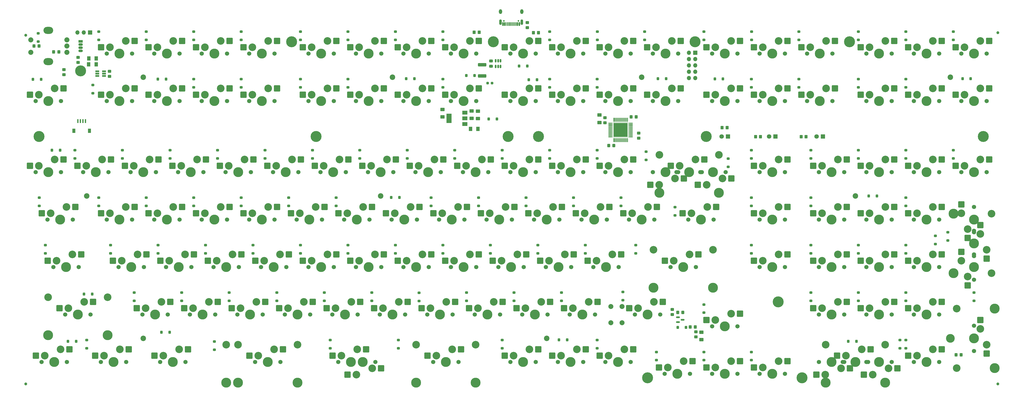
<source format=gbr>
G04 #@! TF.GenerationSoftware,KiCad,Pcbnew,7.0.2*
G04 #@! TF.CreationDate,2023-05-20T00:04:52-04:00*
G04 #@! TF.ProjectId,Boston-keyboard-V082JHA,426f7374-6f6e-42d6-9b65-79626f617264,rev?*
G04 #@! TF.SameCoordinates,Original*
G04 #@! TF.FileFunction,Soldermask,Bot*
G04 #@! TF.FilePolarity,Negative*
%FSLAX46Y46*%
G04 Gerber Fmt 4.6, Leading zero omitted, Abs format (unit mm)*
G04 Created by KiCad (PCBNEW 7.0.2) date 2023-05-20 00:04:52*
%MOMM*%
%LPD*%
G01*
G04 APERTURE LIST*
G04 Aperture macros list*
%AMRoundRect*
0 Rectangle with rounded corners*
0 $1 Rounding radius*
0 $2 $3 $4 $5 $6 $7 $8 $9 X,Y pos of 4 corners*
0 Add a 4 corners polygon primitive as box body*
4,1,4,$2,$3,$4,$5,$6,$7,$8,$9,$2,$3,0*
0 Add four circle primitives for the rounded corners*
1,1,$1+$1,$2,$3*
1,1,$1+$1,$4,$5*
1,1,$1+$1,$6,$7*
1,1,$1+$1,$8,$9*
0 Add four rect primitives between the rounded corners*
20,1,$1+$1,$2,$3,$4,$5,0*
20,1,$1+$1,$4,$5,$6,$7,0*
20,1,$1+$1,$6,$7,$8,$9,0*
20,1,$1+$1,$8,$9,$2,$3,0*%
G04 Aperture macros list end*
%ADD10C,3.987800*%
%ADD11C,1.701800*%
%ADD12C,3.048000*%
%ADD13RoundRect,0.254000X1.016000X1.016000X-1.016000X1.016000X-1.016000X-1.016000X1.016000X-1.016000X0*%
%ADD14C,2.200000*%
%ADD15R,1.800000X1.070000*%
%ADD16O,1.800000X1.070000*%
%ADD17R,1.800000X1.800000*%
%ADD18C,1.800000*%
%ADD19C,4.400000*%
%ADD20C,1.152000*%
%ADD21C,2.000000*%
%ADD22R,1.700000X1.700000*%
%ADD23O,1.700000X1.700000*%
%ADD24C,3.500000*%
%ADD25RoundRect,0.250000X-0.350000X0.250000X-0.350000X-0.250000X0.350000X-0.250000X0.350000X0.250000X0*%
%ADD26RoundRect,0.250000X0.350000X0.450000X-0.350000X0.450000X-0.350000X-0.450000X0.350000X-0.450000X0*%
%ADD27RoundRect,0.250001X-0.462499X-0.624999X0.462499X-0.624999X0.462499X0.624999X-0.462499X0.624999X0*%
%ADD28RoundRect,0.250000X0.250000X0.350000X-0.250000X0.350000X-0.250000X-0.350000X0.250000X-0.350000X0*%
%ADD29RoundRect,0.250001X0.624999X-0.462499X0.624999X0.462499X-0.624999X0.462499X-0.624999X-0.462499X0*%
%ADD30R,2.000000X1.500000*%
%ADD31R,2.000000X3.800000*%
%ADD32RoundRect,0.254000X-1.016000X1.016000X-1.016000X-1.016000X1.016000X-1.016000X1.016000X1.016000X0*%
%ADD33RoundRect,0.250000X-0.450000X0.325000X-0.450000X-0.325000X0.450000X-0.325000X0.450000X0.325000X0*%
%ADD34RoundRect,0.254000X-1.016000X-1.016000X1.016000X-1.016000X1.016000X1.016000X-1.016000X1.016000X0*%
%ADD35RoundRect,0.237500X0.287500X0.237500X-0.287500X0.237500X-0.287500X-0.237500X0.287500X-0.237500X0*%
%ADD36RoundRect,0.250000X1.450000X-0.400000X1.450000X0.400000X-1.450000X0.400000X-1.450000X-0.400000X0*%
%ADD37RoundRect,0.250001X-0.624999X0.462499X-0.624999X-0.462499X0.624999X-0.462499X0.624999X0.462499X0*%
%ADD38RoundRect,0.250000X0.450000X-0.325000X0.450000X0.325000X-0.450000X0.325000X-0.450000X-0.325000X0*%
%ADD39RoundRect,0.254000X1.016000X-1.016000X1.016000X1.016000X-1.016000X1.016000X-1.016000X-1.016000X0*%
%ADD40RoundRect,0.075000X0.662500X0.075000X-0.662500X0.075000X-0.662500X-0.075000X0.662500X-0.075000X0*%
%ADD41RoundRect,0.075000X0.075000X0.662500X-0.075000X0.662500X-0.075000X-0.662500X0.075000X-0.662500X0*%
%ADD42C,2.032000*%
%ADD43O,3.900000X2.799999*%
%ADD44RoundRect,0.250000X0.325000X0.450000X-0.325000X0.450000X-0.325000X-0.450000X0.325000X-0.450000X0*%
%ADD45RoundRect,0.250000X-0.325000X-0.450000X0.325000X-0.450000X0.325000X0.450000X-0.325000X0.450000X0*%
%ADD46C,0.650000*%
%ADD47RoundRect,0.150000X-0.150000X-0.575000X0.150000X-0.575000X0.150000X0.575000X-0.150000X0.575000X0*%
%ADD48RoundRect,0.075000X-0.075000X-0.650000X0.075000X-0.650000X0.075000X0.650000X-0.075000X0.650000X0*%
%ADD49O,1.300000X1.900000*%
%ADD50O,1.100000X2.200000*%
%ADD51R,1.560000X0.650000*%
%ADD52R,0.600000X1.550000*%
%ADD53C,0.500000*%
%ADD54R,1.200000X1.800000*%
%ADD55RoundRect,0.250000X-0.350000X-0.450000X0.350000X-0.450000X0.350000X0.450000X-0.350000X0.450000X0*%
%ADD56RoundRect,0.062500X0.375000X0.062500X-0.375000X0.062500X-0.375000X-0.062500X0.375000X-0.062500X0*%
%ADD57RoundRect,0.062500X0.062500X0.375000X-0.062500X0.375000X-0.062500X-0.375000X0.062500X-0.375000X0*%
%ADD58R,5.600000X5.600000*%
%ADD59RoundRect,0.150000X-0.587500X-0.150000X0.587500X-0.150000X0.587500X0.150000X-0.587500X0.150000X0*%
%ADD60RoundRect,0.250000X-0.475000X0.337500X-0.475000X-0.337500X0.475000X-0.337500X0.475000X0.337500X0*%
%ADD61RoundRect,0.150000X0.150000X-0.512500X0.150000X0.512500X-0.150000X0.512500X-0.150000X-0.512500X0*%
G04 APERTURE END LIST*
D10*
X237481750Y-171455000D03*
D11*
X230623750Y-163200000D03*
D10*
X225543750Y-163200000D03*
D11*
X220463750Y-163200000D03*
D12*
X213605750Y-156215000D03*
D10*
X213605750Y-171455000D03*
D12*
X237481750Y-156215000D03*
X228083750Y-158120000D03*
X221733750Y-160660000D03*
D13*
X231639750Y-158120000D03*
X218177750Y-160660000D03*
D11*
X159186250Y-163200000D03*
D10*
X142168250Y-171455000D03*
D11*
X149026250Y-163200000D03*
D12*
X142168250Y-156215000D03*
X166044250Y-156215000D03*
X156646250Y-158120000D03*
D10*
X154106250Y-163200000D03*
X166044250Y-171455000D03*
D12*
X150296250Y-160660000D03*
D13*
X160202250Y-158120000D03*
X146740250Y-160660000D03*
D10*
X187443750Y-163200000D03*
D12*
X137405750Y-156215000D03*
X237481750Y-156215000D03*
D11*
X182363750Y-163200000D03*
X192523750Y-163200000D03*
D10*
X137405750Y-171455000D03*
X237481750Y-171455000D03*
D12*
X189983750Y-158120000D03*
X183633750Y-160660000D03*
D13*
X193539750Y-158120000D03*
X180077750Y-160660000D03*
D14*
X304125200Y-48899992D03*
D15*
X79000000Y-34470000D03*
D16*
X79000000Y-35740000D03*
X79000000Y-37010000D03*
X79000000Y-38280000D03*
D14*
X389850272Y-96525032D03*
X427950304Y-48899992D03*
D17*
X338732500Y-72712500D03*
D18*
X336192500Y-72712500D03*
D19*
X330000000Y-72712500D03*
D20*
X447000000Y-31000000D03*
D17*
X357782500Y-72712500D03*
D18*
X355242500Y-72712500D03*
D21*
X291750000Y-147400000D03*
X291750000Y-140900000D03*
X296250000Y-147400000D03*
X296250000Y-140900000D03*
D22*
X82825000Y-30950000D03*
D23*
X80285000Y-30950000D03*
X77745000Y-30950000D03*
D20*
X57000000Y-172000000D03*
D14*
X266025168Y-153675080D03*
D20*
X57000000Y-32000000D03*
D14*
X199350112Y-96525032D03*
X104100032Y-153675080D03*
D19*
X173500000Y-72712500D03*
D14*
X204112500Y-48900000D03*
D24*
X427950304Y-153675080D03*
D14*
X81478138Y-96525032D03*
D22*
X325655625Y-39087500D03*
D23*
X323115625Y-39087500D03*
X325655625Y-41627500D03*
X323115625Y-41627500D03*
X325655625Y-44167500D03*
X323115625Y-44167500D03*
X325655625Y-46707500D03*
X323115625Y-46707500D03*
X325655625Y-49247500D03*
X323115625Y-49247500D03*
D17*
X376832500Y-72712500D03*
D18*
X374292500Y-72712500D03*
D20*
X447000000Y-172000000D03*
D25*
X124340625Y-97256250D03*
X124340625Y-100556250D03*
D11*
X280630000Y-87000000D03*
D12*
X278090000Y-81920000D03*
D10*
X275550000Y-87000000D03*
D12*
X271740000Y-84460000D03*
D11*
X270470000Y-87000000D03*
D13*
X281646000Y-81920000D03*
X268184000Y-84460000D03*
D19*
X387468750Y-34675000D03*
X163631250Y-34675000D03*
D26*
X262700000Y-31025000D03*
X260700000Y-31025000D03*
D10*
X401788000Y-171455000D03*
D12*
X401788000Y-156215000D03*
D11*
X394930000Y-163200000D03*
D12*
X392390000Y-158120000D03*
D10*
X389850000Y-163200000D03*
D12*
X386040000Y-160660000D03*
D11*
X384770000Y-163200000D03*
D10*
X377912000Y-171455000D03*
D12*
X377912000Y-156215000D03*
D13*
X395946000Y-158120000D03*
X382484000Y-160660000D03*
D27*
X235412500Y-69625000D03*
X238387500Y-69625000D03*
D25*
X238640625Y-97256250D03*
X238640625Y-100556250D03*
D28*
X262150000Y-49925000D03*
X258850000Y-49925000D03*
D29*
X238400000Y-65512500D03*
X238400000Y-62537500D03*
D19*
X306506250Y-169530000D03*
D11*
X256817500Y-125100000D03*
D12*
X254277500Y-120020000D03*
D10*
X251737500Y-125100000D03*
D12*
X247927500Y-122560000D03*
D11*
X246657500Y-125100000D03*
D13*
X257833500Y-120020000D03*
X244371500Y-122560000D03*
D25*
X286265625Y-49631250D03*
X286265625Y-52931250D03*
D11*
X423505000Y-163200000D03*
D12*
X420965000Y-158120000D03*
D10*
X418425000Y-163200000D03*
D12*
X414615000Y-160660000D03*
D11*
X413345000Y-163200000D03*
D13*
X424521000Y-158120000D03*
X411059000Y-160660000D03*
D11*
X261580000Y-163200000D03*
D12*
X259040000Y-158120000D03*
D10*
X256500000Y-163200000D03*
D12*
X252690000Y-160660000D03*
D11*
X251420000Y-163200000D03*
D13*
X262596000Y-158120000D03*
X249134000Y-160660000D03*
D19*
X441174000Y-72712500D03*
D25*
X224353125Y-49631250D03*
X224353125Y-52931250D03*
D11*
X99655000Y-58425000D03*
D12*
X97115000Y-53345000D03*
D10*
X94575000Y-58425000D03*
D12*
X90765000Y-55885000D03*
D11*
X89495000Y-58425000D03*
D13*
X100671000Y-53345000D03*
X87209000Y-55885000D03*
D11*
X309205000Y-106050000D03*
D12*
X306665000Y-100970000D03*
D10*
X304125000Y-106050000D03*
D12*
X300315000Y-103510000D03*
D11*
X299045000Y-106050000D03*
D13*
X310221000Y-100970000D03*
X296759000Y-103510000D03*
D30*
X233150000Y-63125000D03*
X233150000Y-65425000D03*
D31*
X226850000Y-65425000D03*
D30*
X233150000Y-67725000D03*
D25*
X276778750Y-97256250D03*
X276778750Y-100556250D03*
D11*
X218717500Y-39375000D03*
D12*
X216177500Y-34295000D03*
D10*
X213637500Y-39375000D03*
D12*
X209827500Y-36835000D03*
D11*
X208557500Y-39375000D03*
D13*
X219733500Y-34295000D03*
X206271500Y-36835000D03*
D25*
X348178125Y-78206250D03*
X348178125Y-81506250D03*
D19*
X62300000Y-72712500D03*
D29*
X235900000Y-65412500D03*
X235900000Y-62437500D03*
D28*
X63150000Y-49725000D03*
X59850000Y-49725000D03*
D11*
X437475000Y-100970000D03*
D12*
X432395000Y-103510000D03*
D10*
X437475000Y-106050000D03*
D12*
X434935000Y-109860000D03*
D11*
X437475000Y-111130000D03*
D32*
X432395000Y-99954000D03*
X434935000Y-113416000D03*
D33*
X90600000Y-46500000D03*
X90600000Y-48550000D03*
D11*
X342542500Y-58425000D03*
D12*
X340002500Y-53345000D03*
D10*
X337462500Y-58425000D03*
D12*
X333652500Y-55885000D03*
D11*
X332382500Y-58425000D03*
D13*
X343558500Y-53345000D03*
X330096500Y-55885000D03*
D11*
X361592500Y-125100000D03*
D12*
X359052500Y-120020000D03*
D10*
X356512500Y-125100000D03*
D12*
X352702500Y-122560000D03*
D11*
X351432500Y-125100000D03*
D13*
X362608500Y-120020000D03*
X349146500Y-122560000D03*
D25*
X348216250Y-30581250D03*
X348216250Y-33881250D03*
D11*
X361592500Y-106050000D03*
D12*
X359052500Y-100970000D03*
D10*
X356512500Y-106050000D03*
D12*
X352702500Y-103510000D03*
D11*
X351432500Y-106050000D03*
D13*
X362608500Y-100970000D03*
X349146500Y-103510000D03*
D25*
X76715625Y-78206250D03*
X76715625Y-81506250D03*
X114853750Y-78206250D03*
X114853750Y-81506250D03*
D28*
X212906372Y-49495305D03*
X209606372Y-49495305D03*
D27*
X82262500Y-41325000D03*
X85237500Y-41325000D03*
D19*
X262700000Y-72712500D03*
D11*
X423505000Y-125100000D03*
D12*
X420965000Y-120020000D03*
D10*
X418425000Y-125100000D03*
D12*
X414615000Y-122560000D03*
D11*
X413345000Y-125100000D03*
D13*
X424521000Y-120020000D03*
X411059000Y-122560000D03*
D11*
X97273750Y-163200000D03*
D12*
X94733750Y-158120000D03*
D10*
X92193750Y-163200000D03*
D12*
X88383750Y-160660000D03*
D11*
X87113750Y-163200000D03*
D13*
X98289750Y-158120000D03*
X84827750Y-160660000D03*
D10*
X89844250Y-152405000D03*
D12*
X89844250Y-137165000D03*
D11*
X82986250Y-144150000D03*
D12*
X80446250Y-139070000D03*
D10*
X77906250Y-144150000D03*
D12*
X74096250Y-141610000D03*
D11*
X72826250Y-144150000D03*
D10*
X65968250Y-152405000D03*
D12*
X65968250Y-137165000D03*
D13*
X84002250Y-139070000D03*
X70540250Y-141610000D03*
D11*
X394295000Y-163200000D03*
D12*
X396835000Y-168280000D03*
D10*
X399375000Y-163200000D03*
D12*
X403185000Y-165740000D03*
D11*
X404455000Y-163200000D03*
D34*
X393279000Y-168280000D03*
X406741000Y-165740000D03*
D25*
X243403125Y-116306250D03*
X243403125Y-119606250D03*
D11*
X142517500Y-125100000D03*
D12*
X139977500Y-120020000D03*
D10*
X137437500Y-125100000D03*
D12*
X133627500Y-122560000D03*
D11*
X132357500Y-125100000D03*
D13*
X143533500Y-120020000D03*
X130071500Y-122560000D03*
D11*
X299680000Y-39375000D03*
D12*
X297140000Y-34295000D03*
D10*
X294600000Y-39375000D03*
D12*
X290790000Y-36835000D03*
D11*
X289520000Y-39375000D03*
D13*
X300696000Y-34295000D03*
X287234000Y-36835000D03*
D11*
X333017500Y-106050000D03*
D12*
X330477500Y-100970000D03*
D10*
X327937500Y-106050000D03*
D12*
X324127500Y-103510000D03*
D11*
X322857500Y-106050000D03*
D13*
X334033500Y-100970000D03*
X320571500Y-103510000D03*
D11*
X132992500Y-144150000D03*
D12*
X130452500Y-139070000D03*
D10*
X127912500Y-144150000D03*
D12*
X124102500Y-141610000D03*
D11*
X122832500Y-144150000D03*
D13*
X134008500Y-139070000D03*
X120546500Y-141610000D03*
D25*
X407709375Y-154406250D03*
X407709375Y-157706250D03*
X329128125Y-30581250D03*
X329128125Y-33881250D03*
D11*
X266342500Y-144150000D03*
D12*
X263802500Y-139070000D03*
D10*
X261262500Y-144150000D03*
D12*
X257452500Y-141610000D03*
D11*
X256182500Y-144150000D03*
D13*
X267358500Y-139070000D03*
X253896500Y-141610000D03*
D11*
X218717500Y-125100000D03*
D12*
X216177500Y-120020000D03*
D10*
X213637500Y-125100000D03*
D12*
X209827500Y-122560000D03*
D11*
X208557500Y-125100000D03*
D13*
X219733500Y-120020000D03*
X206271500Y-122560000D03*
D25*
X172003750Y-78206250D03*
X172003750Y-81506250D03*
D11*
X185380000Y-87000000D03*
D12*
X182840000Y-81920000D03*
D10*
X180300000Y-87000000D03*
D12*
X176490000Y-84460000D03*
D11*
X175220000Y-87000000D03*
D13*
X186396000Y-81920000D03*
X172934000Y-84460000D03*
D10*
X332731964Y-133355000D03*
D12*
X332731964Y-118115000D03*
D11*
X325873964Y-125100000D03*
D12*
X323333964Y-120020000D03*
D10*
X320793964Y-125100000D03*
D12*
X316983964Y-122560000D03*
D11*
X315713964Y-125100000D03*
D10*
X308855964Y-133355000D03*
D12*
X308855964Y-118115000D03*
D13*
X326889964Y-120020000D03*
X313427964Y-122560000D03*
D25*
X219590625Y-97256250D03*
X219590625Y-100556250D03*
D11*
X299680000Y-87000000D03*
D12*
X297140000Y-81920000D03*
D10*
X294600000Y-87000000D03*
D12*
X290790000Y-84460000D03*
D11*
X289520000Y-87000000D03*
D13*
X300696000Y-81920000D03*
X287234000Y-84460000D03*
D11*
X156805000Y-58425000D03*
D12*
X154265000Y-53345000D03*
D10*
X151725000Y-58425000D03*
D12*
X147915000Y-55885000D03*
D11*
X146645000Y-58425000D03*
D13*
X157821000Y-53345000D03*
X144359000Y-55885000D03*
D11*
X199667500Y-125100000D03*
D12*
X197127500Y-120020000D03*
D10*
X194587500Y-125100000D03*
D12*
X190777500Y-122560000D03*
D11*
X189507500Y-125100000D03*
D13*
X200683500Y-120020000D03*
X187221500Y-122560000D03*
D19*
X244593750Y-34675000D03*
D28*
X70750000Y-78225000D03*
X67450000Y-78225000D03*
D11*
X261580160Y-39375000D03*
D12*
X259040160Y-34295000D03*
D10*
X256500160Y-39375000D03*
D12*
X252690160Y-36835000D03*
D11*
X251420160Y-39375000D03*
D13*
X262596160Y-34295000D03*
X249134160Y-36835000D03*
D25*
X167241250Y-116306250D03*
X167241250Y-119606250D03*
D11*
X223480000Y-87000000D03*
D12*
X220940000Y-81920000D03*
D10*
X218400000Y-87000000D03*
D12*
X214590000Y-84460000D03*
D11*
X213320000Y-87000000D03*
D13*
X224496000Y-81920000D03*
X211034000Y-84460000D03*
D11*
X442555000Y-87000000D03*
D12*
X440015000Y-81920000D03*
D10*
X437475000Y-87000000D03*
D12*
X433665000Y-84460000D03*
D11*
X432395000Y-87000000D03*
D13*
X443571000Y-81920000D03*
X430109000Y-84460000D03*
D25*
X296600000Y-135075000D03*
X296600000Y-138375000D03*
X410090625Y-97256250D03*
X410090625Y-100556250D03*
D33*
X289400000Y-65139069D03*
X289400000Y-67189069D03*
D11*
X118705000Y-106050000D03*
D12*
X116165000Y-100970000D03*
D10*
X113625000Y-106050000D03*
D12*
X109815000Y-103510000D03*
D11*
X108545000Y-106050000D03*
D13*
X119721000Y-100970000D03*
X106259000Y-103510000D03*
D11*
X194905000Y-106050000D03*
D12*
X192365000Y-100970000D03*
D10*
X189825000Y-106050000D03*
D12*
X186015000Y-103510000D03*
D11*
X184745000Y-106050000D03*
D13*
X195921000Y-100970000D03*
X182459000Y-103510000D03*
D25*
X61975000Y-31275000D03*
X61975000Y-34575000D03*
D11*
X113942500Y-144150000D03*
D12*
X111402500Y-139070000D03*
D10*
X108862500Y-144150000D03*
D12*
X105052500Y-141610000D03*
D11*
X103782500Y-144150000D03*
D13*
X114958500Y-139070000D03*
X101496500Y-141610000D03*
D11*
X404455000Y-144150000D03*
D12*
X401915000Y-139070000D03*
D10*
X399375000Y-144150000D03*
D12*
X395565000Y-141610000D03*
D11*
X394295000Y-144150000D03*
D13*
X405471000Y-139070000D03*
X392009000Y-141610000D03*
D11*
X190142500Y-144150000D03*
D12*
X187602500Y-139070000D03*
D10*
X185062500Y-144150000D03*
D12*
X181252500Y-141610000D03*
D11*
X179982500Y-144150000D03*
D13*
X191158500Y-139070000D03*
X177696500Y-141610000D03*
D25*
X367228125Y-30581250D03*
X367228125Y-33881250D03*
D11*
X90130000Y-87000000D03*
D12*
X87590000Y-81920000D03*
D10*
X85050000Y-87000000D03*
D12*
X81240000Y-84460000D03*
D11*
X79970000Y-87000000D03*
D13*
X91146000Y-81920000D03*
X77684000Y-84460000D03*
D10*
X335113000Y-95255000D03*
D12*
X335113000Y-80015000D03*
D11*
X328255000Y-87000000D03*
D12*
X325715000Y-81920000D03*
D10*
X323175000Y-87000000D03*
D12*
X319365000Y-84460000D03*
D11*
X318095000Y-87000000D03*
D10*
X311237000Y-95255000D03*
D12*
X311237000Y-80015000D03*
D13*
X329271000Y-81920000D03*
X315809000Y-84460000D03*
D25*
X143390625Y-30581250D03*
X143390625Y-33881250D03*
D11*
X128230000Y-87000000D03*
D12*
X125690000Y-81920000D03*
D10*
X123150000Y-87000000D03*
D12*
X119340000Y-84460000D03*
D11*
X118070000Y-87000000D03*
D13*
X129246000Y-81920000D03*
X115784000Y-84460000D03*
D25*
X437475000Y-135356250D03*
X437475000Y-138656250D03*
D11*
X423505000Y-87000000D03*
D12*
X420965000Y-81920000D03*
D10*
X418425000Y-87000000D03*
D12*
X414615000Y-84460000D03*
D11*
X413345000Y-87000000D03*
D13*
X424521000Y-81920000D03*
X411059000Y-84460000D03*
D11*
X442555000Y-58425000D03*
D12*
X440015000Y-53345000D03*
D10*
X437475000Y-58425000D03*
D12*
X433665000Y-55885000D03*
D11*
X432395000Y-58425000D03*
D13*
X443571000Y-53345000D03*
X430109000Y-55885000D03*
D11*
X199667606Y-39375000D03*
D12*
X197127606Y-34295000D03*
D10*
X194587606Y-39375000D03*
D12*
X190777606Y-36835000D03*
D11*
X189507606Y-39375000D03*
D13*
X200683606Y-34295000D03*
X187221606Y-36835000D03*
D11*
X404455000Y-39375000D03*
D12*
X401915000Y-34295000D03*
D10*
X399375000Y-39375000D03*
D12*
X395565000Y-36835000D03*
D11*
X394295000Y-39375000D03*
D13*
X405471000Y-34295000D03*
X392009000Y-36835000D03*
D25*
X205341250Y-30581250D03*
X205341250Y-33881250D03*
D11*
X156805000Y-39375000D03*
D12*
X154265000Y-34295000D03*
D10*
X151725000Y-39375000D03*
D12*
X147915000Y-36835000D03*
D11*
X146645000Y-39375000D03*
D13*
X157821000Y-34295000D03*
X144359000Y-36835000D03*
D25*
X317460000Y-101066250D03*
X317460000Y-104366250D03*
X124340625Y-49631250D03*
X124340625Y-52931250D03*
D33*
X78000000Y-40900000D03*
X78000000Y-42950000D03*
D25*
X81478125Y-154406250D03*
X81478125Y-157706250D03*
D26*
X351800000Y-72725000D03*
X349800000Y-72725000D03*
D11*
X275867500Y-125100000D03*
D12*
X273327500Y-120020000D03*
D10*
X270787500Y-125100000D03*
D12*
X266977500Y-122560000D03*
D11*
X265707500Y-125100000D03*
D13*
X276883500Y-120020000D03*
X263421500Y-122560000D03*
D19*
X79000000Y-46375000D03*
D11*
X237767500Y-58425000D03*
D12*
X235227500Y-53345000D03*
D10*
X232687500Y-58425000D03*
D12*
X228877500Y-55885000D03*
D11*
X227607500Y-58425000D03*
D13*
X238783500Y-53345000D03*
X225321500Y-55885000D03*
D11*
X404455000Y-125100000D03*
D12*
X401915000Y-120020000D03*
D10*
X399375000Y-125100000D03*
D12*
X395565000Y-122560000D03*
D11*
X394295000Y-125100000D03*
D13*
X405471000Y-120020000D03*
X392009000Y-122560000D03*
D11*
X280630000Y-39375000D03*
D12*
X278090000Y-34295000D03*
D10*
X275550000Y-39375000D03*
D12*
X271740000Y-36835000D03*
D11*
X270470000Y-39375000D03*
D13*
X281646000Y-34295000D03*
X268184000Y-36835000D03*
D11*
X342542500Y-148912500D03*
D12*
X340002500Y-143832500D03*
D10*
X337462500Y-148912500D03*
D12*
X333652500Y-146372500D03*
D11*
X332382500Y-148912500D03*
D13*
X343558500Y-143832500D03*
X330096500Y-146372500D03*
D25*
X64809375Y-116306250D03*
X64809375Y-119606250D03*
X348178125Y-159168750D03*
X348178125Y-162468750D03*
D11*
X209192500Y-144150000D03*
D12*
X206652500Y-139070000D03*
D10*
X204112500Y-144150000D03*
D12*
X200302500Y-141610000D03*
D11*
X199032500Y-144150000D03*
D13*
X210208500Y-139070000D03*
X196746500Y-141610000D03*
D25*
X124340625Y-30581250D03*
X124340625Y-33881250D03*
D35*
X244075000Y-51225000D03*
X242325000Y-51225000D03*
D25*
X91003125Y-116306250D03*
X91003125Y-119606250D03*
X301743948Y-116306300D03*
X301743948Y-119606300D03*
D11*
X180617500Y-58425000D03*
D12*
X178077500Y-53345000D03*
D10*
X175537500Y-58425000D03*
D12*
X171727500Y-55885000D03*
D11*
X170457500Y-58425000D03*
D13*
X181633500Y-53345000D03*
X168171500Y-55885000D03*
D11*
X437475000Y-120020000D03*
D12*
X432395000Y-122560000D03*
D10*
X437475000Y-125100000D03*
D12*
X434935000Y-128910000D03*
D11*
X437475000Y-130180000D03*
D32*
X432395000Y-119004000D03*
X434935000Y-132466000D03*
D11*
X327620000Y-87000000D03*
D12*
X330160000Y-92080000D03*
D10*
X332700000Y-87000000D03*
D12*
X336510000Y-89540000D03*
D11*
X337780000Y-87000000D03*
D34*
X326604000Y-92080000D03*
X340066000Y-89540000D03*
D36*
X240100000Y-48350000D03*
X240100000Y-43900000D03*
D25*
X119578125Y-135356250D03*
X119578125Y-138656250D03*
D11*
X187126250Y-163200000D03*
D12*
X189666250Y-168280000D03*
D10*
X192206250Y-163200000D03*
D12*
X196016250Y-165740000D03*
D11*
X197286250Y-163200000D03*
D34*
X186110250Y-168280000D03*
X199572250Y-165740000D03*
D25*
X295790625Y-97256250D03*
X295790625Y-100556250D03*
X83859375Y-52012500D03*
X83859375Y-55312500D03*
D11*
X180617590Y-39375000D03*
D12*
X178077590Y-34295000D03*
D10*
X175537590Y-39375000D03*
D12*
X171727590Y-36835000D03*
D11*
X170457590Y-39375000D03*
D13*
X181633590Y-34295000D03*
X168171590Y-36835000D03*
D11*
X290155000Y-106050000D03*
D12*
X287615000Y-100970000D03*
D10*
X285075000Y-106050000D03*
D12*
X281265000Y-103510000D03*
D11*
X279995000Y-106050000D03*
D13*
X291171000Y-100970000D03*
X277709000Y-103510000D03*
D11*
X308570000Y-87000000D03*
D12*
X311110000Y-92080000D03*
D10*
X313650000Y-87000000D03*
D12*
X317460000Y-89540000D03*
D11*
X318730000Y-87000000D03*
D34*
X307554000Y-92080000D03*
X321016000Y-89540000D03*
D11*
X404455000Y-106050000D03*
D12*
X401915000Y-100970000D03*
D10*
X399375000Y-106050000D03*
D12*
X395565000Y-103510000D03*
D11*
X394295000Y-106050000D03*
D13*
X405471000Y-100970000D03*
X392009000Y-103510000D03*
D25*
X329128125Y-140118750D03*
X329128125Y-143418750D03*
D11*
X118705000Y-39375000D03*
D12*
X116165000Y-34295000D03*
D10*
X113625000Y-39375000D03*
D12*
X109815000Y-36835000D03*
D11*
X108545000Y-39375000D03*
D13*
X119721000Y-34295000D03*
X106259000Y-36835000D03*
D37*
X328100000Y-151237500D03*
X328100000Y-154212500D03*
D11*
X237767500Y-125100000D03*
D12*
X235227500Y-120020000D03*
D10*
X232687500Y-125100000D03*
D12*
X228877500Y-122560000D03*
D11*
X227607500Y-125100000D03*
D13*
X238783500Y-120020000D03*
X225321500Y-122560000D03*
D25*
X348178125Y-116306250D03*
X348178125Y-119606250D03*
D11*
X137755000Y-106050000D03*
D12*
X135215000Y-100970000D03*
D10*
X132675000Y-106050000D03*
D12*
X128865000Y-103510000D03*
D11*
X127595000Y-106050000D03*
D13*
X138771000Y-100970000D03*
X125309000Y-103510000D03*
D11*
X199667500Y-58425000D03*
D12*
X197127500Y-53345000D03*
D10*
X194587500Y-58425000D03*
D12*
X190777500Y-55885000D03*
D11*
X189507500Y-58425000D03*
D13*
X200683500Y-53345000D03*
X187221500Y-55885000D03*
D19*
X358894000Y-139100000D03*
D28*
X436148747Y-49495305D03*
X432848747Y-49495305D03*
D25*
X305911139Y-78801581D03*
X305911139Y-82101581D03*
X129103125Y-116306250D03*
X129103125Y-119606250D03*
D38*
X302900000Y-73350000D03*
X302900000Y-71300000D03*
D11*
X171092500Y-144150000D03*
D12*
X168552500Y-139070000D03*
D10*
X166012500Y-144150000D03*
D12*
X162202500Y-141610000D03*
D11*
X160932500Y-144150000D03*
D13*
X172108500Y-139070000D03*
X158646500Y-141610000D03*
D11*
X342542500Y-167962500D03*
D12*
X340002500Y-162882500D03*
D10*
X337462500Y-167962500D03*
D12*
X333652500Y-165422500D03*
D11*
X332382500Y-167962500D03*
D13*
X343558500Y-162882500D03*
X330096500Y-165422500D03*
D11*
X75842500Y-106050000D03*
D12*
X73302500Y-100970000D03*
D10*
X70762500Y-106050000D03*
D12*
X66952500Y-103510000D03*
D11*
X65682500Y-106050000D03*
D13*
X76858500Y-100970000D03*
X63396500Y-103510000D03*
D11*
X375245000Y-163200000D03*
D12*
X377785000Y-168280000D03*
D10*
X380325000Y-163200000D03*
D12*
X384135000Y-165740000D03*
D11*
X385405000Y-163200000D03*
D34*
X374229000Y-168280000D03*
X387691000Y-165740000D03*
D25*
X329128125Y-159168750D03*
X329128125Y-162468750D03*
X371990625Y-97256250D03*
X371990625Y-100556250D03*
D11*
X99655000Y-106050000D03*
D12*
X97115000Y-100970000D03*
D10*
X94575000Y-106050000D03*
D12*
X90765000Y-103510000D03*
D11*
X89495000Y-106050000D03*
D13*
X100671000Y-100970000D03*
X87209000Y-103510000D03*
D25*
X338800000Y-81550000D03*
X338800000Y-84850000D03*
D11*
X71080000Y-58425000D03*
D12*
X68540000Y-53345000D03*
D10*
X66000000Y-58425000D03*
D12*
X62190000Y-55885000D03*
D11*
X60920000Y-58425000D03*
D13*
X72096000Y-53345000D03*
X58634000Y-55885000D03*
D11*
X318730000Y-39375000D03*
D12*
X316190000Y-34295000D03*
D10*
X313650000Y-39375000D03*
D12*
X309840000Y-36835000D03*
D11*
X308570000Y-39375000D03*
D13*
X319746000Y-34295000D03*
X306284000Y-36835000D03*
D25*
X176766250Y-135356250D03*
X176766250Y-138656250D03*
X248165625Y-78206250D03*
X248165625Y-81506250D03*
D11*
X361592500Y-167962500D03*
D12*
X359052500Y-162882500D03*
D10*
X356512500Y-167962500D03*
D12*
X352702500Y-165422500D03*
D11*
X351432500Y-167962500D03*
D13*
X362608500Y-162882500D03*
X349146500Y-165422500D03*
D11*
X261580000Y-87000000D03*
D12*
X259040000Y-81920000D03*
D10*
X256500000Y-87000000D03*
D12*
X252690000Y-84460000D03*
D11*
X251420000Y-87000000D03*
D13*
X262596000Y-81920000D03*
X249134000Y-84460000D03*
D11*
X99655000Y-39375000D03*
D12*
X97115000Y-34295000D03*
D10*
X94575000Y-39375000D03*
D12*
X90765000Y-36835000D03*
D11*
X89495000Y-39375000D03*
D13*
X100671000Y-34295000D03*
X87209000Y-36835000D03*
D25*
X138628125Y-135356250D03*
X138628125Y-138656250D03*
D37*
X287200000Y-64081256D03*
X287200000Y-67056256D03*
D11*
X147280000Y-87000000D03*
D12*
X144740000Y-81920000D03*
D10*
X142200000Y-87000000D03*
D12*
X138390000Y-84460000D03*
D11*
X137120000Y-87000000D03*
D13*
X148296000Y-81920000D03*
X134834000Y-84460000D03*
D25*
X371990625Y-135356250D03*
X371990625Y-138656250D03*
X305315625Y-30581250D03*
X305315625Y-33881250D03*
D33*
X258250000Y-26975000D03*
X258250000Y-29025000D03*
D10*
X429220000Y-127513000D03*
D12*
X444460000Y-127513000D03*
D11*
X437475000Y-120655000D03*
D12*
X442555000Y-118115000D03*
D10*
X437475000Y-115575000D03*
D12*
X440015000Y-111765000D03*
D11*
X437475000Y-110495000D03*
D10*
X429220000Y-103637000D03*
D12*
X444460000Y-103637000D03*
D39*
X442555000Y-121671000D03*
X440015000Y-108209000D03*
D11*
X361592500Y-58425000D03*
D12*
X359052500Y-53345000D03*
D10*
X356512500Y-58425000D03*
D12*
X352702500Y-55885000D03*
D11*
X351432500Y-58425000D03*
D13*
X362608500Y-53345000D03*
X349146500Y-55885000D03*
D11*
X228242500Y-144150000D03*
D12*
X225702500Y-139070000D03*
D10*
X223162500Y-144150000D03*
D12*
X219352500Y-141610000D03*
D11*
X218082500Y-144150000D03*
D13*
X229258500Y-139070000D03*
X215796500Y-141610000D03*
D25*
X391040625Y-49631250D03*
X391040625Y-52931250D03*
X281503125Y-116306250D03*
X281503125Y-119606250D03*
X286265625Y-78206250D03*
X286265625Y-81506250D03*
D11*
X361592500Y-39375000D03*
D12*
X359052500Y-34295000D03*
D10*
X356512500Y-39375000D03*
D12*
X352702500Y-36835000D03*
D11*
X351432500Y-39375000D03*
D13*
X362608500Y-34295000D03*
X349146500Y-36835000D03*
D25*
X210065625Y-78206250D03*
X210065625Y-81506250D03*
X348178125Y-49631250D03*
X348178125Y-52931250D03*
D28*
X274223611Y-154270393D03*
X270923611Y-154270393D03*
D25*
X224391250Y-30581250D03*
X224391250Y-33881250D03*
D11*
X280630000Y-163200000D03*
D12*
X278090000Y-158120000D03*
D10*
X275550000Y-163200000D03*
D12*
X271740000Y-160660000D03*
D11*
X270470000Y-163200000D03*
D13*
X281646000Y-158120000D03*
X268184000Y-160660000D03*
D11*
X121086250Y-163200000D03*
D12*
X118546250Y-158120000D03*
D10*
X116006250Y-163200000D03*
D12*
X112196250Y-160660000D03*
D11*
X110926250Y-163200000D03*
D13*
X122102250Y-158120000D03*
X108640250Y-160660000D03*
D11*
X380642500Y-39375000D03*
D12*
X378102500Y-34295000D03*
D10*
X375562500Y-39375000D03*
D12*
X371752500Y-36835000D03*
D11*
X370482500Y-39375000D03*
D13*
X381658500Y-34295000D03*
X368196500Y-36835000D03*
D11*
X442555000Y-39375000D03*
D12*
X440015000Y-34295000D03*
D10*
X437475000Y-39375000D03*
D12*
X433665000Y-36835000D03*
D11*
X432395000Y-39375000D03*
D13*
X443571000Y-34295000D03*
X430109000Y-36835000D03*
D11*
X404455000Y-87000000D03*
D12*
X401915000Y-81920000D03*
D10*
X399375000Y-87000000D03*
D12*
X395565000Y-84460000D03*
D11*
X394295000Y-87000000D03*
D13*
X405471000Y-81920000D03*
X392009000Y-84460000D03*
D25*
X257690625Y-97256250D03*
X257690625Y-100556250D03*
X186253125Y-116306250D03*
X186253125Y-119606250D03*
D11*
X137755000Y-39375000D03*
D12*
X135215000Y-34295000D03*
D10*
X132675000Y-39375000D03*
D12*
X128865000Y-36835000D03*
D11*
X127595000Y-39375000D03*
D13*
X138771000Y-34295000D03*
X125309000Y-36835000D03*
D11*
X242530000Y-87000000D03*
D12*
X239990000Y-81920000D03*
D10*
X237450000Y-87000000D03*
D12*
X233640000Y-84460000D03*
D11*
X232370000Y-87000000D03*
D13*
X243546000Y-81920000D03*
X230084000Y-84460000D03*
D11*
X342542500Y-39375000D03*
D12*
X340002500Y-34295000D03*
D10*
X337462500Y-39375000D03*
D12*
X333652500Y-36835000D03*
D11*
X332382500Y-39375000D03*
D13*
X343558500Y-34295000D03*
X330096500Y-36835000D03*
D25*
X186253125Y-49631250D03*
X186253125Y-52931250D03*
X391040625Y-116306250D03*
X391040625Y-119606250D03*
D11*
X152042500Y-144150000D03*
D12*
X149502500Y-139070000D03*
D10*
X146962500Y-144150000D03*
D12*
X143152500Y-141610000D03*
D11*
X141882500Y-144150000D03*
D13*
X153058500Y-139070000D03*
X139596500Y-141610000D03*
D25*
X214828125Y-135396875D03*
X214828125Y-138696875D03*
D11*
X423505000Y-144150000D03*
D12*
X420965000Y-139070000D03*
D10*
X418425000Y-144150000D03*
D12*
X414615000Y-141610000D03*
D11*
X413345000Y-144150000D03*
D13*
X424521000Y-139070000D03*
X411059000Y-141610000D03*
D19*
X368418750Y-169531000D03*
D11*
X109180000Y-87000000D03*
D12*
X106640000Y-81920000D03*
D10*
X104100000Y-87000000D03*
D12*
X100290000Y-84460000D03*
D11*
X99020000Y-87000000D03*
D13*
X110196000Y-81920000D03*
X96734000Y-84460000D03*
D19*
X250500000Y-72712500D03*
D11*
X71080000Y-87000000D03*
D12*
X68540000Y-81920000D03*
D10*
X66000000Y-87000000D03*
D12*
X62190000Y-84460000D03*
D11*
X60920000Y-87000000D03*
D13*
X72096000Y-81920000D03*
X58634000Y-84460000D03*
D29*
X224200000Y-64812500D03*
X224200000Y-61837500D03*
D25*
X348178125Y-97256250D03*
X348178125Y-100556250D03*
X391040625Y-78206250D03*
X391040625Y-81506250D03*
D19*
X325556250Y-34675000D03*
D11*
X78223750Y-125100000D03*
D12*
X75683750Y-120020000D03*
D10*
X73143750Y-125100000D03*
D12*
X69333750Y-122560000D03*
D11*
X68063750Y-125100000D03*
D13*
X79239750Y-120020000D03*
X65777750Y-122560000D03*
D25*
X429140625Y-30581250D03*
X429140625Y-33881250D03*
X195816250Y-135356250D03*
X195816250Y-138656250D03*
D11*
X161567500Y-125100000D03*
D12*
X159027500Y-120020000D03*
D10*
X156487500Y-125100000D03*
D12*
X152677500Y-122560000D03*
D11*
X151407500Y-125100000D03*
D13*
X162583500Y-120020000D03*
X149121500Y-122560000D03*
D25*
X286265625Y-154406250D03*
X286265625Y-157706250D03*
D11*
X280630000Y-58425000D03*
D12*
X278090000Y-53345000D03*
D10*
X275550000Y-58425000D03*
D12*
X271740000Y-55885000D03*
D11*
X270470000Y-58425000D03*
D13*
X281646000Y-53345000D03*
X268184000Y-55885000D03*
D11*
X180617500Y-125100000D03*
D12*
X178077500Y-120020000D03*
D10*
X175537500Y-125100000D03*
D12*
X171727500Y-122560000D03*
D11*
X170457500Y-125100000D03*
D13*
X181633500Y-120020000D03*
X168171500Y-122560000D03*
D25*
X410090625Y-30581250D03*
X410090625Y-33881250D03*
D11*
X423505000Y-106050000D03*
D12*
X420965000Y-100970000D03*
D10*
X418425000Y-106050000D03*
D12*
X414615000Y-103510000D03*
D11*
X413345000Y-106050000D03*
D13*
X424521000Y-100970000D03*
X411059000Y-103510000D03*
D11*
X247292500Y-144150000D03*
D12*
X244752500Y-139070000D03*
D10*
X242212500Y-144150000D03*
D12*
X238402500Y-141610000D03*
D11*
X237132500Y-144150000D03*
D13*
X248308500Y-139070000D03*
X234846500Y-141610000D03*
D25*
X410090625Y-154406250D03*
X410090625Y-157706250D03*
D28*
X390309375Y-154865625D03*
X387009375Y-154865625D03*
D11*
X118705000Y-58425000D03*
D12*
X116165000Y-53345000D03*
D10*
X113625000Y-58425000D03*
D12*
X109815000Y-55885000D03*
D11*
X108545000Y-58425000D03*
D13*
X119721000Y-53345000D03*
X106259000Y-55885000D03*
D25*
X167203125Y-30581250D03*
X167203125Y-33881250D03*
D40*
X299813125Y-67316875D03*
X299813125Y-67816875D03*
X299813125Y-68316875D03*
X299813125Y-68816875D03*
X299813125Y-69316875D03*
X299813125Y-69816875D03*
X299813125Y-70316875D03*
X299813125Y-70816875D03*
X299813125Y-71316875D03*
X299813125Y-71816875D03*
X299813125Y-72316875D03*
X299813125Y-72816875D03*
D41*
X298400625Y-74229375D03*
X297900625Y-74229375D03*
X297400625Y-74229375D03*
X296900625Y-74229375D03*
X296400625Y-74229375D03*
X295900625Y-74229375D03*
X295400625Y-74229375D03*
X294900625Y-74229375D03*
X294400625Y-74229375D03*
X293900625Y-74229375D03*
X293400625Y-74229375D03*
X292900625Y-74229375D03*
D40*
X291488125Y-72816875D03*
X291488125Y-72316875D03*
X291488125Y-71816875D03*
X291488125Y-71316875D03*
X291488125Y-70816875D03*
X291488125Y-70316875D03*
X291488125Y-69816875D03*
X291488125Y-69316875D03*
X291488125Y-68816875D03*
X291488125Y-68316875D03*
X291488125Y-67816875D03*
X291488125Y-67316875D03*
D41*
X292900625Y-65904375D03*
X293400625Y-65904375D03*
X293900625Y-65904375D03*
X294400625Y-65904375D03*
X294900625Y-65904375D03*
X295400625Y-65904375D03*
X295900625Y-65904375D03*
X296400625Y-65904375D03*
X296900625Y-65904375D03*
X297400625Y-65904375D03*
X297900625Y-65904375D03*
X298400625Y-65904375D03*
D25*
X152953750Y-78206250D03*
X152953750Y-81506250D03*
D28*
X206953242Y-97120345D03*
X203653242Y-97120345D03*
D25*
X233878125Y-135356250D03*
X233878125Y-138656250D03*
X371990625Y-78206250D03*
X371990625Y-81506250D03*
X391040625Y-135356250D03*
X391040625Y-138656250D03*
D11*
X156805000Y-106050000D03*
D12*
X154265000Y-100970000D03*
D10*
X151725000Y-106050000D03*
D12*
X147915000Y-103510000D03*
D11*
X146645000Y-106050000D03*
D13*
X157821000Y-100970000D03*
X144359000Y-103510000D03*
D25*
X186253125Y-30581250D03*
X186253125Y-33881250D03*
D11*
X385405000Y-106050000D03*
D12*
X382865000Y-100970000D03*
D10*
X380325000Y-106050000D03*
D12*
X376515000Y-103510000D03*
D11*
X375245000Y-106050000D03*
D13*
X386421000Y-100970000D03*
X372959000Y-103510000D03*
D28*
X237050000Y-48225000D03*
X233750000Y-48225000D03*
D25*
X267215625Y-78206250D03*
X267215625Y-81506250D03*
X110053125Y-116306250D03*
X110053125Y-119606250D03*
D11*
X261580000Y-58425000D03*
D12*
X259040000Y-53345000D03*
D10*
X256500000Y-58425000D03*
D12*
X252690000Y-55885000D03*
D11*
X251420000Y-58425000D03*
D13*
X262596000Y-53345000D03*
X249134000Y-55885000D03*
D25*
X100528125Y-135356250D03*
X100528125Y-138656250D03*
D42*
X73500000Y-33875000D03*
X73500000Y-38875000D03*
X73500000Y-36375000D03*
D43*
X66000000Y-30125000D03*
X66000000Y-42625000D03*
D42*
X59000000Y-33875000D03*
X59000000Y-38875000D03*
D44*
X325625000Y-149125000D03*
X323575000Y-149125000D03*
D25*
X371990625Y-116306250D03*
X371990625Y-119606250D03*
D11*
X318730000Y-58425000D03*
D12*
X316190000Y-53345000D03*
D10*
X313650000Y-58425000D03*
D12*
X309840000Y-55885000D03*
D11*
X308570000Y-58425000D03*
D13*
X319746000Y-53345000D03*
X306284000Y-55885000D03*
D25*
X429140625Y-78206250D03*
X429140625Y-81506250D03*
X229115625Y-78206250D03*
X229115625Y-81506250D03*
D28*
X336750000Y-49525000D03*
X333450000Y-49525000D03*
D11*
X237767500Y-39375000D03*
D12*
X235227500Y-34295000D03*
D10*
X232687500Y-39375000D03*
D12*
X228877500Y-36835000D03*
D11*
X227607500Y-39375000D03*
D13*
X238783500Y-34295000D03*
X225321500Y-36835000D03*
D25*
X391040625Y-30581250D03*
X391040625Y-33881250D03*
D11*
X385405000Y-125100000D03*
D12*
X382865000Y-120020000D03*
D10*
X380325000Y-125100000D03*
D12*
X376515000Y-122560000D03*
D11*
X375245000Y-125100000D03*
D13*
X386421000Y-120020000D03*
X372959000Y-122560000D03*
D11*
X299680000Y-58425000D03*
D12*
X297140000Y-53345000D03*
D10*
X294600000Y-58425000D03*
D12*
X290790000Y-55885000D03*
D11*
X289520000Y-58425000D03*
D13*
X300696000Y-53345000D03*
X287234000Y-55885000D03*
D11*
X271105000Y-106050000D03*
D12*
X268565000Y-100970000D03*
D10*
X266025000Y-106050000D03*
D12*
X262215000Y-103510000D03*
D11*
X260945000Y-106050000D03*
D13*
X272121000Y-100970000D03*
X258659000Y-103510000D03*
D25*
X157716250Y-135356250D03*
X157716250Y-138656250D03*
D28*
X77175000Y-154900000D03*
X73875000Y-154900000D03*
D14*
X104100000Y-48900000D03*
D25*
X62428125Y-97256250D03*
X62428125Y-100556250D03*
D11*
X294917500Y-125100000D03*
D12*
X292377500Y-120020000D03*
D10*
X289837500Y-125100000D03*
D12*
X286027500Y-122560000D03*
D11*
X284757500Y-125100000D03*
D13*
X295933500Y-120020000D03*
X282471500Y-122560000D03*
D28*
X83650000Y-135900000D03*
X80350000Y-135900000D03*
D11*
X166330000Y-87000000D03*
D12*
X163790000Y-81920000D03*
D10*
X161250000Y-87000000D03*
D12*
X157440000Y-84460000D03*
D11*
X156170000Y-87000000D03*
D13*
X167346000Y-81920000D03*
X153884000Y-84460000D03*
D11*
X104417500Y-125100000D03*
D12*
X101877500Y-120020000D03*
D10*
X99337500Y-125100000D03*
D12*
X95527500Y-122560000D03*
D11*
X94257500Y-125100000D03*
D13*
X105433500Y-120020000D03*
X91971500Y-122560000D03*
D25*
X167203125Y-49631250D03*
X167203125Y-52931250D03*
D11*
X380642500Y-58425000D03*
D12*
X378102500Y-53345000D03*
D10*
X375562500Y-58425000D03*
D12*
X371752500Y-55885000D03*
D11*
X370482500Y-58425000D03*
D13*
X381658500Y-53345000D03*
X368196500Y-55885000D03*
D45*
X290875000Y-76325000D03*
X292925000Y-76325000D03*
D11*
X123467500Y-125100000D03*
D12*
X120927500Y-120020000D03*
D10*
X118387500Y-125100000D03*
D12*
X114577500Y-122560000D03*
D11*
X113307500Y-125100000D03*
D13*
X124483500Y-120020000D03*
X111021500Y-122560000D03*
D25*
X367228125Y-49631250D03*
X367228125Y-52931250D03*
D38*
X325900000Y-153150000D03*
X325900000Y-151100000D03*
D44*
X301915625Y-64821875D03*
X299865625Y-64821875D03*
D46*
X248847000Y-26249000D03*
X254627000Y-26249000D03*
D47*
X248487000Y-27575000D03*
X249287000Y-27575000D03*
D48*
X250487000Y-27575000D03*
X251483000Y-27575000D03*
X251987000Y-27575000D03*
X252987000Y-27575000D03*
D47*
X254987000Y-27575000D03*
X254187000Y-27575000D03*
D48*
X253487000Y-27575000D03*
X252487000Y-27575000D03*
X250987000Y-27575000D03*
X249987000Y-27575000D03*
D49*
X247437000Y-22600000D03*
D50*
X247437000Y-26800000D03*
D49*
X256037000Y-22600000D03*
D50*
X256037000Y-26800000D03*
D11*
X252055000Y-106050000D03*
D12*
X249515000Y-100970000D03*
D10*
X246975000Y-106050000D03*
D12*
X243165000Y-103510000D03*
D11*
X241895000Y-106050000D03*
D13*
X253071000Y-100970000D03*
X239609000Y-103510000D03*
D11*
X385405000Y-144150000D03*
D12*
X382865000Y-139070000D03*
D10*
X380325000Y-144150000D03*
D12*
X376515000Y-141610000D03*
D11*
X375245000Y-144150000D03*
D13*
X386421000Y-139070000D03*
X372959000Y-141610000D03*
D26*
X370100000Y-72725000D03*
X368100000Y-72725000D03*
D51*
X88350000Y-46521250D03*
X88350000Y-47471250D03*
X88350000Y-48421250D03*
X85650000Y-48421250D03*
X85650000Y-47471250D03*
X85650000Y-46521250D03*
D11*
X423505000Y-39375000D03*
D12*
X420965000Y-34295000D03*
D10*
X418425000Y-39375000D03*
D12*
X414615000Y-36835000D03*
D11*
X413345000Y-39375000D03*
D13*
X424521000Y-34295000D03*
X411059000Y-36835000D03*
D27*
X82237500Y-43725000D03*
X85212500Y-43725000D03*
D28*
X258250000Y-44425000D03*
X254950000Y-44425000D03*
D25*
X205266250Y-116306250D03*
X205266250Y-119606250D03*
D28*
X321850000Y-149325000D03*
X318550000Y-149325000D03*
D25*
X179109375Y-154406250D03*
X179109375Y-157706250D03*
D44*
X70225000Y-38725000D03*
X68175000Y-38725000D03*
D25*
X271978125Y-135356250D03*
X271978125Y-138656250D03*
X95765625Y-78206250D03*
X95765625Y-81506250D03*
D52*
X80900000Y-66500000D03*
X79900000Y-66500000D03*
X78900000Y-66500000D03*
X77900000Y-66500000D03*
D53*
X82800000Y-70975000D03*
X82800000Y-70375000D03*
X82800000Y-69775000D03*
D54*
X82500000Y-70375000D03*
D53*
X82200000Y-70975000D03*
X82200000Y-70375000D03*
X82200000Y-69775000D03*
X76600000Y-70975000D03*
X76600000Y-70375000D03*
X76600000Y-69775000D03*
D54*
X76300000Y-70375000D03*
D53*
X76000000Y-70975000D03*
X76000000Y-70375000D03*
X76000000Y-69775000D03*
D25*
X191015625Y-78206250D03*
X191015625Y-81506250D03*
X252928125Y-135356250D03*
X252928125Y-138656250D03*
X410090625Y-78206250D03*
X410090625Y-81506250D03*
D11*
X218717500Y-58425000D03*
D12*
X216177500Y-53345000D03*
D10*
X213637500Y-58425000D03*
D12*
X209827500Y-55885000D03*
D11*
X208557500Y-58425000D03*
D13*
X219733500Y-53345000D03*
X206271500Y-55885000D03*
D28*
X114679727Y-151293828D03*
X111379727Y-151293828D03*
D11*
X311586250Y-144150000D03*
D12*
X309046250Y-139070000D03*
D10*
X306506250Y-144150000D03*
D12*
X302696250Y-141610000D03*
D11*
X301426250Y-144150000D03*
D13*
X312602250Y-139070000D03*
X299140250Y-141610000D03*
D25*
X206493750Y-154406250D03*
X206493750Y-157706250D03*
D11*
X137755000Y-58425000D03*
D12*
X135215000Y-53345000D03*
D10*
X132675000Y-58425000D03*
D12*
X128865000Y-55885000D03*
D11*
X127595000Y-58425000D03*
D13*
X138771000Y-53345000D03*
X125309000Y-55885000D03*
D28*
X246050000Y-65625000D03*
X242750000Y-65625000D03*
D25*
X422000000Y-112575000D03*
X422000000Y-115875000D03*
X86240625Y-30581250D03*
X86240625Y-33881250D03*
D11*
X285392500Y-144150000D03*
D12*
X282852500Y-139070000D03*
D10*
X280312500Y-144150000D03*
D12*
X276502500Y-141610000D03*
D11*
X275232500Y-144150000D03*
D13*
X286408500Y-139070000D03*
X272946500Y-141610000D03*
D25*
X162478750Y-97256250D03*
X162478750Y-100556250D03*
X267215625Y-30581250D03*
X267215625Y-33881250D03*
X410090625Y-49631250D03*
X410090625Y-52931250D03*
D55*
X236900000Y-30825000D03*
X238900000Y-30825000D03*
D11*
X404455000Y-58425000D03*
D12*
X401915000Y-53345000D03*
D10*
X399375000Y-58425000D03*
D12*
X395565000Y-55885000D03*
D11*
X394295000Y-58425000D03*
D13*
X405471000Y-53345000D03*
X392009000Y-55885000D03*
D44*
X62300000Y-36325000D03*
X60250000Y-36325000D03*
D25*
X224353125Y-116306250D03*
X224353125Y-119606250D03*
D11*
X213955000Y-106050000D03*
D12*
X211415000Y-100970000D03*
D10*
X208875000Y-106050000D03*
D12*
X205065000Y-103510000D03*
D11*
X203795000Y-106050000D03*
D13*
X214971000Y-100970000D03*
X201509000Y-103510000D03*
D56*
X299088125Y-67316875D03*
X299088125Y-67816875D03*
X299088125Y-68316875D03*
X299088125Y-68816875D03*
X299088125Y-69316875D03*
X299088125Y-69816875D03*
X299088125Y-70316875D03*
X299088125Y-70816875D03*
X299088125Y-71316875D03*
X299088125Y-71816875D03*
X299088125Y-72316875D03*
X299088125Y-72816875D03*
D57*
X298400625Y-73504375D03*
X297900625Y-73504375D03*
X297400625Y-73504375D03*
X296900625Y-73504375D03*
X296400625Y-73504375D03*
X295900625Y-73504375D03*
X295400625Y-73504375D03*
X294900625Y-73504375D03*
X294400625Y-73504375D03*
X293900625Y-73504375D03*
X293400625Y-73504375D03*
X292900625Y-73504375D03*
D56*
X292213125Y-72816875D03*
X292213125Y-72316875D03*
X292213125Y-71816875D03*
X292213125Y-71316875D03*
X292213125Y-70816875D03*
X292213125Y-70316875D03*
X292213125Y-69816875D03*
X292213125Y-69316875D03*
X292213125Y-68816875D03*
X292213125Y-68316875D03*
X292213125Y-67816875D03*
X292213125Y-67316875D03*
D57*
X292900625Y-66629375D03*
X293400625Y-66629375D03*
X293900625Y-66629375D03*
X294400625Y-66629375D03*
X294900625Y-66629375D03*
X295400625Y-66629375D03*
X295900625Y-66629375D03*
X296400625Y-66629375D03*
X296900625Y-66629375D03*
X297400625Y-66629375D03*
X297900625Y-66629375D03*
X298400625Y-66629375D03*
D58*
X295650625Y-70066875D03*
D25*
X132675056Y-155001645D03*
X132675056Y-158301645D03*
D11*
X385405000Y-87000000D03*
D12*
X382865000Y-81920000D03*
D10*
X380325000Y-87000000D03*
D12*
X376515000Y-84460000D03*
D11*
X375245000Y-87000000D03*
D13*
X386421000Y-81920000D03*
X372959000Y-84460000D03*
D11*
X323492500Y-167962500D03*
D12*
X320952500Y-162882500D03*
D10*
X318412500Y-167962500D03*
D12*
X314602500Y-165422500D03*
D11*
X313332500Y-167962500D03*
D13*
X324508500Y-162882500D03*
X311046500Y-165422500D03*
D25*
X105328750Y-97256250D03*
X105328750Y-100556250D03*
D38*
X316400000Y-144150000D03*
X316400000Y-142100000D03*
D12*
X430490000Y-165613000D03*
D10*
X445730000Y-165613000D03*
D11*
X437475000Y-158755000D03*
D12*
X442555000Y-156215000D03*
D10*
X437475000Y-153675000D03*
D12*
X440015000Y-149865000D03*
D11*
X437475000Y-148595000D03*
D12*
X430490000Y-141737000D03*
D10*
X445730000Y-141737000D03*
D39*
X442555000Y-159771000D03*
X440015000Y-146309000D03*
D25*
X181490625Y-97256250D03*
X181490625Y-100556250D03*
D33*
X72300000Y-45825000D03*
X72300000Y-47875000D03*
D25*
X267215625Y-49631250D03*
X267215625Y-52931250D03*
X310078125Y-159168750D03*
X310078125Y-162468750D03*
D26*
X338400000Y-69125000D03*
X336400000Y-69125000D03*
D25*
X133903750Y-78206250D03*
X133903750Y-81506250D03*
X86240625Y-97256250D03*
X86240625Y-100556250D03*
D59*
X318662500Y-147175000D03*
X318662500Y-145275000D03*
X320537500Y-146225000D03*
D25*
X148153125Y-116306250D03*
X148153125Y-119606250D03*
D11*
X73461250Y-163200000D03*
D12*
X70921250Y-158120000D03*
D10*
X68381250Y-163200000D03*
D12*
X64571250Y-160660000D03*
D11*
X63301250Y-163200000D03*
D13*
X74477250Y-158120000D03*
X61015250Y-160660000D03*
D28*
X313973643Y-49495305D03*
X310673643Y-49495305D03*
D60*
X243700000Y-42387500D03*
X243700000Y-44462500D03*
D61*
X247450000Y-44562500D03*
X246500000Y-44562500D03*
X245550000Y-44562500D03*
X245550000Y-42287500D03*
X246500000Y-42287500D03*
X247450000Y-42287500D03*
D11*
X361592500Y-87000000D03*
D12*
X359052500Y-81920000D03*
D10*
X356512500Y-87000000D03*
D12*
X352702500Y-84460000D03*
D11*
X351432500Y-87000000D03*
D13*
X362608500Y-81920000D03*
X349146500Y-84460000D03*
D28*
X113250000Y-49625000D03*
X109950000Y-49625000D03*
D25*
X143428750Y-97256250D03*
X143428750Y-100556250D03*
X262453125Y-116306250D03*
X262453125Y-119606250D03*
X410090625Y-135356250D03*
X410090625Y-138656250D03*
D11*
X204430000Y-87000000D03*
D12*
X201890000Y-81920000D03*
D10*
X199350000Y-87000000D03*
D12*
X195540000Y-84460000D03*
D11*
X194270000Y-87000000D03*
D13*
X205446000Y-81920000D03*
X191984000Y-84460000D03*
D11*
X423505000Y-58425000D03*
D12*
X420965000Y-53345000D03*
D10*
X418425000Y-58425000D03*
D12*
X414615000Y-55885000D03*
D11*
X413345000Y-58425000D03*
D13*
X424521000Y-53345000D03*
X411059000Y-55885000D03*
D45*
X430275000Y-160325000D03*
X432325000Y-160325000D03*
X318575000Y-143325000D03*
X320625000Y-143325000D03*
D25*
X248165625Y-154406250D03*
X248165625Y-157706250D03*
X410090625Y-116306250D03*
X410090625Y-119606250D03*
X427000000Y-111150000D03*
X427000000Y-114450000D03*
D28*
X398508089Y-96525032D03*
X395208089Y-96525032D03*
D25*
X286303750Y-30581250D03*
X286303750Y-33881250D03*
X143390625Y-49631250D03*
X143390625Y-52931250D03*
D11*
X299680000Y-163200000D03*
D12*
X297140000Y-158120000D03*
D10*
X294600000Y-163200000D03*
D12*
X290790000Y-160660000D03*
D11*
X289520000Y-163200000D03*
D13*
X300696000Y-158120000D03*
X287234000Y-160660000D03*
D11*
X175855000Y-106050000D03*
D12*
X173315000Y-100970000D03*
D10*
X170775000Y-106050000D03*
D12*
X166965000Y-103510000D03*
D11*
X165695000Y-106050000D03*
D13*
X176871000Y-100970000D03*
X163409000Y-103510000D03*
D25*
X105290625Y-30581250D03*
X105290625Y-33881250D03*
D11*
X233005000Y-106050000D03*
D12*
X230465000Y-100970000D03*
D10*
X227925000Y-106050000D03*
D12*
X224115000Y-103510000D03*
D11*
X222845000Y-106050000D03*
D13*
X234021000Y-100970000D03*
X220559000Y-103510000D03*
M02*

</source>
